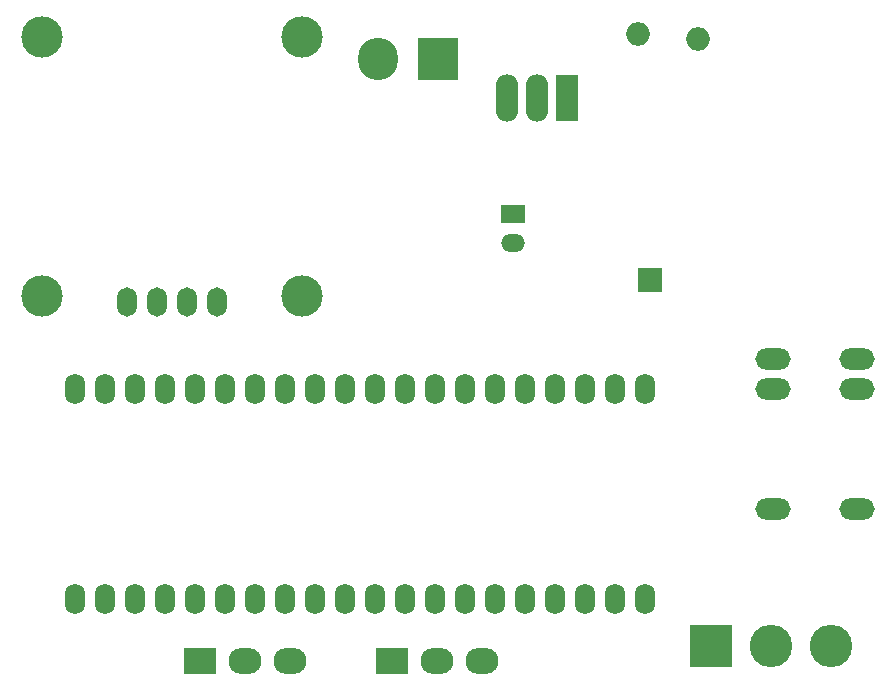
<source format=gbs>
%TF.GenerationSoftware,KiCad,Pcbnew,(5.1.10)-1*%
%TF.CreationDate,2024-09-14T21:02:55+02:00*%
%TF.ProjectId,LightningDetector_V1_0,4c696768-746e-4696-9e67-446574656374,rev?*%
%TF.SameCoordinates,Original*%
%TF.FileFunction,Soldermask,Bot*%
%TF.FilePolarity,Negative*%
%FSLAX46Y46*%
G04 Gerber Fmt 4.6, Leading zero omitted, Abs format (unit mm)*
G04 Created by KiCad (PCBNEW (5.1.10)-1) date 2024-09-14 21:02:55*
%MOMM*%
%LPD*%
G01*
G04 APERTURE LIST*
%ADD10C,3.500000*%
%ADD11O,1.700000X2.500000*%
%ADD12R,1.905000X4.000000*%
%ADD13O,1.905000X4.000000*%
%ADD14O,2.000000X1.524000*%
%ADD15R,2.000000X1.500000*%
%ADD16O,2.000000X2.000000*%
%ADD17R,3.400000X3.600000*%
%ADD18O,3.400000X3.600000*%
%ADD19R,2.000000X2.000000*%
%ADD20R,2.800000X2.200000*%
%ADD21O,2.800000X2.200000*%
%ADD22O,1.700000X2.600000*%
%ADD23O,3.600000X3.600000*%
%ADD24R,3.600000X3.600000*%
%ADD25O,3.000000X1.800000*%
G04 APERTURE END LIST*
D10*
%TO.C,U5*%
X139319000Y-76454000D03*
X117348000Y-76454000D03*
X117348000Y-54483000D03*
X139319000Y-54483000D03*
D11*
X132161000Y-76951000D03*
X129621000Y-76951000D03*
X127081000Y-76951000D03*
X124541000Y-76951000D03*
%TD*%
D12*
%TO.C,U4*%
X161798000Y-59690000D03*
D13*
X159258000Y-59690000D03*
X156718000Y-59690000D03*
%TD*%
D14*
%TO.C,C8*%
X157226000Y-71989000D03*
D15*
X157226000Y-69489000D03*
%TD*%
D16*
%TO.C,U3*%
X167767000Y-54229000D03*
X172867000Y-54729000D03*
%TD*%
D17*
%TO.C,CON2*%
X150891240Y-56410860D03*
D18*
X145811240Y-56410860D03*
%TD*%
D19*
%TO.C,U2*%
X168846500Y-75057000D03*
%TD*%
D20*
%TO.C,CON1*%
X146939000Y-107315000D03*
D21*
X150749000Y-107315000D03*
X154559000Y-107315000D03*
%TD*%
%TO.C,CON3*%
X138303000Y-107315000D03*
X134493000Y-107315000D03*
D20*
X130683000Y-107315000D03*
%TD*%
D22*
%TO.C,U1*%
X168402000Y-102108000D03*
X168402000Y-84328000D03*
X165862000Y-102108000D03*
X165862000Y-84328000D03*
X163322000Y-102108000D03*
X163322000Y-84328000D03*
X160782000Y-102108000D03*
X160782000Y-84328000D03*
X158242000Y-102108000D03*
X158242000Y-84328000D03*
X155702000Y-102108000D03*
X155702000Y-84328000D03*
X153162000Y-102108000D03*
X153162000Y-84328000D03*
X150622000Y-102108000D03*
X150622000Y-84328000D03*
X148082000Y-102108000D03*
X148082000Y-84328000D03*
X145542000Y-102108000D03*
X145542000Y-84328000D03*
X143002000Y-102108000D03*
X143002000Y-84328000D03*
X140462000Y-102108000D03*
X140462000Y-84328000D03*
X137922000Y-102108000D03*
X137922000Y-84328000D03*
X135382000Y-102108000D03*
X135382000Y-84328000D03*
X132842000Y-102108000D03*
X132842000Y-84328000D03*
X130302000Y-102108000D03*
X130302000Y-84328000D03*
X127762000Y-102108000D03*
X127762000Y-84328000D03*
X125222000Y-102108000D03*
X125222000Y-84328000D03*
X122682000Y-102108000D03*
X122682000Y-84328000D03*
X120142000Y-102108000D03*
X120142000Y-84328000D03*
%TD*%
D23*
%TO.C,CON4*%
X184150000Y-106045000D03*
X179070000Y-106045000D03*
D24*
X173990000Y-106045000D03*
%TD*%
D25*
%TO.C,REL1*%
X186372500Y-94488000D03*
X186372500Y-84328000D03*
X186372500Y-81788000D03*
X179252500Y-94488000D03*
X179252500Y-81788000D03*
X179252500Y-84328000D03*
%TD*%
M02*

</source>
